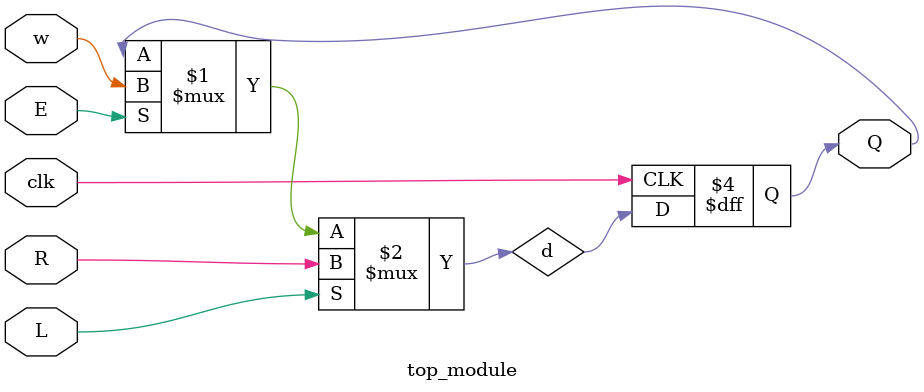
<source format=v>
module top_module (
    input  clk,
    input  w,
    R,
    E,
    L,
    output Q
);

    wire d;
    assign d = L ? R : (E ? w : Q);
    always @(posedge clk) begin
        Q <= d;
    end

endmodule

</source>
